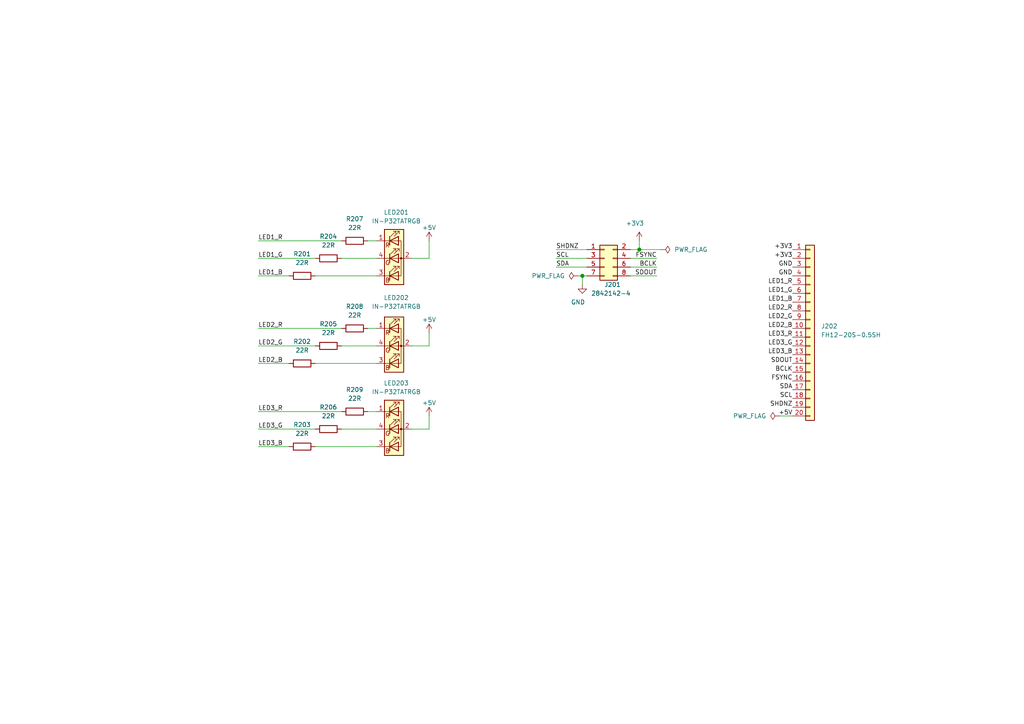
<source format=kicad_sch>
(kicad_sch (version 20210126) (generator eeschema)
  (paper "A4")
  (lib_symbols
    (symbol "Connector_Generic:Conn_01x20" (pin_names (offset 1.016) hide)
      (property "Reference" "J" (at 0 25.4 0))
      (property "Value" "Conn_01x20" (at 0 -27.94 0))
      (symbol "Conn_01x20_1_1"
        (rectangle (start -1.27 -25.273) (end 0 -25.527) (stroke (width 0.1524)))
        (rectangle (start -1.27 -22.733) (end 0 -22.987) (stroke (width 0.1524)))
        (rectangle (start -1.27 -20.193) (end 0 -20.447) (stroke (width 0.1524)))
        (rectangle (start -1.27 -17.653) (end 0 -17.907) (stroke (width 0.1524)))
        (rectangle (start -1.27 -15.113) (end 0 -15.367) (stroke (width 0.1524)))
        (rectangle (start -1.27 -12.573) (end 0 -12.827) (stroke (width 0.1524)))
        (rectangle (start -1.27 -10.033) (end 0 -10.287) (stroke (width 0.1524)))
        (rectangle (start -1.27 -7.493) (end 0 -7.747) (stroke (width 0.1524)))
        (rectangle (start -1.27 -4.953) (end 0 -5.207) (stroke (width 0.1524)))
        (rectangle (start -1.27 -2.413) (end 0 -2.667) (stroke (width 0.1524)))
        (rectangle (start -1.27 0.127) (end 0 -0.127) (stroke (width 0.1524)))
        (rectangle (start -1.27 2.667) (end 0 2.413) (stroke (width 0.1524)))
        (rectangle (start -1.27 5.207) (end 0 4.953) (stroke (width 0.1524)))
        (rectangle (start -1.27 7.747) (end 0 7.493) (stroke (width 0.1524)))
        (rectangle (start -1.27 10.287) (end 0 10.033) (stroke (width 0.1524)))
        (rectangle (start -1.27 12.827) (end 0 12.573) (stroke (width 0.1524)))
        (rectangle (start -1.27 15.367) (end 0 15.113) (stroke (width 0.1524)))
        (rectangle (start -1.27 17.907) (end 0 17.653) (stroke (width 0.1524)))
        (rectangle (start -1.27 20.447) (end 0 20.193) (stroke (width 0.1524)))
        (rectangle (start -1.27 22.987) (end 0 22.733) (stroke (width 0.1524)))
        (rectangle (start -1.27 24.13) (end 1.27 -26.67) (stroke (width 0.254)) (fill (type background)))
        (pin passive line (at -5.08 22.86 0) (length 3.81) (name "Pin_1") (number "1"))
        (pin passive line (at -5.08 0 0) (length 3.81) (name "Pin_10") (number "10"))
        (pin passive line (at -5.08 -2.54 0) (length 3.81) (name "Pin_11") (number "11"))
        (pin passive line (at -5.08 -5.08 0) (length 3.81) (name "Pin_12") (number "12"))
        (pin passive line (at -5.08 -7.62 0) (length 3.81) (name "Pin_13") (number "13"))
        (pin passive line (at -5.08 -10.16 0) (length 3.81) (name "Pin_14") (number "14"))
        (pin passive line (at -5.08 -12.7 0) (length 3.81) (name "Pin_15") (number "15"))
        (pin passive line (at -5.08 -15.24 0) (length 3.81) (name "Pin_16") (number "16"))
        (pin passive line (at -5.08 -17.78 0) (length 3.81) (name "Pin_17") (number "17"))
        (pin passive line (at -5.08 -20.32 0) (length 3.81) (name "Pin_18") (number "18"))
        (pin passive line (at -5.08 -22.86 0) (length 3.81) (name "Pin_19") (number "19"))
        (pin passive line (at -5.08 20.32 0) (length 3.81) (name "Pin_2") (number "2"))
        (pin passive line (at -5.08 -25.4 0) (length 3.81) (name "Pin_20") (number "20"))
        (pin passive line (at -5.08 17.78 0) (length 3.81) (name "Pin_3") (number "3"))
        (pin passive line (at -5.08 15.24 0) (length 3.81) (name "Pin_4") (number "4"))
        (pin passive line (at -5.08 12.7 0) (length 3.81) (name "Pin_5") (number "5"))
        (pin passive line (at -5.08 10.16 0) (length 3.81) (name "Pin_6") (number "6"))
        (pin passive line (at -5.08 7.62 0) (length 3.81) (name "Pin_7") (number "7"))
        (pin passive line (at -5.08 5.08 0) (length 3.81) (name "Pin_8") (number "8"))
        (pin passive line (at -5.08 2.54 0) (length 3.81) (name "Pin_9") (number "9"))
      )
    )
    (symbol "Connector_Generic:Conn_02x04_Odd_Even" (pin_names (offset 1.016) hide)
      (property "Reference" "J" (at 1.27 5.08 0))
      (property "Value" "Conn_02x04_Odd_Even" (at 1.27 -7.62 0))
      (symbol "Conn_02x04_Odd_Even_1_1"
        (rectangle (start -1.27 -4.953) (end 0 -5.207) (stroke (width 0.1524)))
        (rectangle (start -1.27 -2.413) (end 0 -2.667) (stroke (width 0.1524)))
        (rectangle (start -1.27 0.127) (end 0 -0.127) (stroke (width 0.1524)))
        (rectangle (start -1.27 2.667) (end 0 2.413) (stroke (width 0.1524)))
        (rectangle (start 3.81 -4.953) (end 2.54 -5.207) (stroke (width 0.1524)))
        (rectangle (start 3.81 -2.413) (end 2.54 -2.667) (stroke (width 0.1524)))
        (rectangle (start 3.81 0.127) (end 2.54 -0.127) (stroke (width 0.1524)))
        (rectangle (start 3.81 2.667) (end 2.54 2.413) (stroke (width 0.1524)))
        (rectangle (start -1.27 3.81) (end 3.81 -6.35) (stroke (width 0.254)) (fill (type background)))
        (pin passive line (at -5.08 2.54 0) (length 3.81) (name "Pin_1") (number "1"))
        (pin passive line (at 7.62 2.54 180) (length 3.81) (name "Pin_2") (number "2"))
        (pin passive line (at -5.08 0 0) (length 3.81) (name "Pin_3") (number "3"))
        (pin passive line (at 7.62 0 180) (length 3.81) (name "Pin_4") (number "4"))
        (pin passive line (at -5.08 -2.54 0) (length 3.81) (name "Pin_5") (number "5"))
        (pin passive line (at 7.62 -2.54 180) (length 3.81) (name "Pin_6") (number "6"))
        (pin passive line (at -5.08 -5.08 0) (length 3.81) (name "Pin_7") (number "7"))
        (pin passive line (at 7.62 -5.08 180) (length 3.81) (name "Pin_8") (number "8"))
      )
    )
    (symbol "Device:LED_RABG" (pin_names (offset 0) hide)
      (property "Reference" "D" (at 0 9.398 0))
      (property "Value" "LED_RABG" (at 0 -8.89 0))
      (symbol "LED_RABG_0_0"
        (text "B" (at -1.905 -6.35 0) (effects (font (size 1.27 1.27))))
        (text "G" (at -1.905 -1.27 0) (effects (font (size 1.27 1.27))))
        (text "R" (at -1.905 3.81 0) (effects (font (size 1.27 1.27))))
      )
      (symbol "LED_RABG_0_1"
        (circle (center 2.032 0) (radius 0.254) (fill (type outline)))
        (rectangle (start 1.27 -1.27) (end 1.27 1.27))
        (rectangle (start 1.27 1.27) (end 1.27 1.27))
        (rectangle (start 1.27 3.81) (end 1.27 6.35))
        (rectangle (start 1.27 6.35) (end 1.27 6.35))
        (rectangle (start 2.794 8.382) (end -2.794 -7.62) (stroke (width 0.254)) (fill (type background)))
        (polyline (pts (xy -1.27 -5.08) (xy -2.54 -5.08)))
        (polyline (pts (xy -1.27 -5.08) (xy 1.27 -5.08)))
        (polyline (pts (xy -1.27 -3.81) (xy -1.27 -6.35)) (stroke (width 0.254)))
        (polyline (pts (xy -1.27 0) (xy -2.54 0)))
        (polyline (pts (xy -1.27 1.27) (xy -1.27 -1.27)) (stroke (width 0.254)))
        (polyline (pts (xy -1.27 5.08) (xy -2.54 5.08)))
        (polyline (pts (xy -1.27 5.08) (xy 1.27 5.08)))
        (polyline (pts (xy -1.27 6.35) (xy -1.27 3.81)) (stroke (width 0.254)))
        (polyline (pts (xy 1.27 0) (xy -1.27 0)))
        (polyline (pts (xy 1.27 0) (xy 2.54 0)))
        (polyline (pts (xy -1.27 1.27) (xy -1.27 -1.27) (xy -1.27 -1.27)))
        (polyline (pts (xy -1.27 6.35) (xy -1.27 3.81) (xy -1.27 3.81)))
        (polyline (pts (xy 1.27 -5.08) (xy 2.032 -5.08) (xy 2.032 5.08) (xy 1.27 5.08)))
        (polyline (pts (xy 1.27 -3.81) (xy 1.27 -6.35) (xy -1.27 -5.08) (xy 1.27 -3.81)) (stroke (width 0.254)))
        (polyline (pts (xy 1.27 1.27) (xy 1.27 -1.27) (xy -1.27 0) (xy 1.27 1.27)) (stroke (width 0.254)))
        (polyline (pts (xy 1.27 6.35) (xy 1.27 3.81) (xy -1.27 5.08) (xy 1.27 6.35)) (stroke (width 0.254)))
        (polyline (pts (xy -1.016 -3.81) (xy 0.508 -2.286) (xy -0.254 -2.286) (xy 0.508 -2.286) (xy 0.508 -3.048)))
        (polyline (pts (xy -1.016 1.27) (xy 0.508 2.794) (xy -0.254 2.794) (xy 0.508 2.794) (xy 0.508 2.032)))
        (polyline (pts (xy -1.016 6.35) (xy 0.508 7.874) (xy -0.254 7.874) (xy 0.508 7.874) (xy 0.508 7.112)))
        (polyline (pts (xy 0 -3.81) (xy 1.524 -2.286) (xy 0.762 -2.286) (xy 1.524 -2.286) (xy 1.524 -3.048)))
        (polyline (pts (xy 0 1.27) (xy 1.524 2.794) (xy 0.762 2.794) (xy 1.524 2.794) (xy 1.524 2.032)))
        (polyline (pts (xy 0 6.35) (xy 1.524 7.874) (xy 0.762 7.874) (xy 1.524 7.874) (xy 1.524 7.112)))
      )
      (symbol "LED_RABG_1_1"
        (pin passive line (at -5.08 5.08 0) (length 2.54) (name "RK") (number "1"))
        (pin passive line (at 5.08 0 180) (length 2.54) (name "A") (number "2"))
        (pin passive line (at -5.08 -5.08 0) (length 2.54) (name "BK") (number "3"))
        (pin passive line (at -5.08 0 0) (length 2.54) (name "GK") (number "4"))
      )
    )
    (symbol "Device:R" (pin_numbers hide) (pin_names (offset 0))
      (property "Reference" "R" (at 2.032 0 90))
      (property "Value" "R" (at 0 0 90))
      (symbol "R_0_1"
        (rectangle (start -1.016 -2.54) (end 1.016 2.54) (stroke (width 0.254)))
      )
      (symbol "R_1_1"
        (pin passive line (at 0 3.81 270) (length 1.27) (name "~") (number "1"))
        (pin passive line (at 0 -3.81 90) (length 1.27) (name "~") (number "2"))
      )
    )
    (symbol "power:+3V3" (power) (pin_names (offset 0))
      (property "Value" "+3V3" (at 0 3.556 0))
      (symbol "+3V3_0_1"
        (polyline (pts (xy -0.762 1.27) (xy 0 2.54)))
        (polyline (pts (xy 0 0) (xy 0 2.54)))
        (polyline (pts (xy 0 2.54) (xy 0.762 1.27)))
      )
      (symbol "+3V3_1_1"
        (pin power_in line (at 0 0 90) (length 0) hide (name "+3V3") (number "1"))
      )
    )
    (symbol "power:+5V" (power) (pin_names (offset 0))
      (property "Value" "+5V" (at 0 3.556 0))
      (symbol "+5V_0_1"
        (polyline (pts (xy -0.762 1.27) (xy 0 2.54)))
        (polyline (pts (xy 0 0) (xy 0 2.54)))
        (polyline (pts (xy 0 2.54) (xy 0.762 1.27)))
      )
      (symbol "+5V_1_1"
        (pin power_in line (at 0 0 90) (length 0) hide (name "+5V") (number "1"))
      )
    )
    (symbol "power:GND" (power) (pin_names (offset 0))
      (property "Value" "GND" (at 0 -3.81 0))
      (symbol "GND_0_1"
        (polyline (pts (xy 0 0) (xy 0 -1.27) (xy 1.27 -1.27) (xy 0 -2.54) (xy -1.27 -1.27) (xy 0 -1.27)))
      )
      (symbol "GND_1_1"
        (pin power_in line (at 0 0 270) (length 0) hide (name "GND") (number "1"))
      )
    )
    (symbol "power:PWR_FLAG" (power) (pin_numbers hide) (pin_names (offset 0) hide)
      (property "Value" "PWR_FLAG" (at 0 3.81 0))
      (symbol "PWR_FLAG_0_0"
        (pin power_out line (at 0 0 90) (length 0) (name "pwr") (number "1"))
      )
      (symbol "PWR_FLAG_0_1"
        (polyline (pts (xy 0 0) (xy 0 1.27) (xy -1.016 1.905) (xy 0 2.54) (xy 1.016 1.905) (xy 0 1.27)))
      )
    )
  )
  (junction (at 168.91 80.01) (diameter 1.016))
  (junction (at 185.42 72.39) (diameter 1.016))
  (wire (pts (xy 74.93 69.85) (xy 99.06 69.85)))
  (wire (pts (xy 74.93 74.93) (xy 91.44 74.93)))
  (wire (pts (xy 74.93 80.01) (xy 83.82 80.01)))
  (wire (pts (xy 74.93 95.25) (xy 99.06 95.25)))
  (wire (pts (xy 74.93 100.33) (xy 91.44 100.33)))
  (wire (pts (xy 74.93 105.41) (xy 83.82 105.41)))
  (wire (pts (xy 74.93 119.38) (xy 99.06 119.38)))
  (wire (pts (xy 74.93 124.46) (xy 91.44 124.46)))
  (wire (pts (xy 74.93 129.54) (xy 83.82 129.54)))
  (wire (pts (xy 91.44 80.01) (xy 109.22 80.01)))
  (wire (pts (xy 91.44 105.41) (xy 109.22 105.41)))
  (wire (pts (xy 91.44 129.54) (xy 109.22 129.54)))
  (wire (pts (xy 99.06 74.93) (xy 109.22 74.93)))
  (wire (pts (xy 99.06 100.33) (xy 109.22 100.33)))
  (wire (pts (xy 99.06 124.46) (xy 109.22 124.46)))
  (wire (pts (xy 106.68 69.85) (xy 109.22 69.85)))
  (wire (pts (xy 106.68 95.25) (xy 109.22 95.25)))
  (wire (pts (xy 106.68 119.38) (xy 109.22 119.38)))
  (wire (pts (xy 119.38 74.93) (xy 124.46 74.93)))
  (wire (pts (xy 119.38 100.33) (xy 124.46 100.33)))
  (wire (pts (xy 119.38 124.46) (xy 124.46 124.46)))
  (wire (pts (xy 124.46 69.85) (xy 124.46 74.93)))
  (wire (pts (xy 124.46 100.33) (xy 124.46 96.52)))
  (wire (pts (xy 124.46 124.46) (xy 124.46 120.65)))
  (wire (pts (xy 168.91 80.01) (xy 167.64 80.01)))
  (wire (pts (xy 168.91 80.01) (xy 168.91 82.55)))
  (wire (pts (xy 170.18 72.39) (xy 161.29 72.39)))
  (wire (pts (xy 170.18 74.93) (xy 161.29 74.93)))
  (wire (pts (xy 170.18 77.47) (xy 161.29 77.47)))
  (wire (pts (xy 170.18 80.01) (xy 168.91 80.01)))
  (wire (pts (xy 185.42 69.85) (xy 185.42 72.39)))
  (wire (pts (xy 185.42 72.39) (xy 182.88 72.39)))
  (wire (pts (xy 190.5 74.93) (xy 182.88 74.93)))
  (wire (pts (xy 190.5 77.47) (xy 182.88 77.47)))
  (wire (pts (xy 190.5 80.01) (xy 182.88 80.01)))
  (wire (pts (xy 191.77 72.39) (xy 185.42 72.39)))
  (wire (pts (xy 226.06 120.65) (xy 229.87 120.65)))
  (label "LED1_R" (at 74.93 69.85 0))
  (label "LED1_G" (at 74.93 74.93 0))
  (label "LED1_B" (at 74.93 80.01 0))
  (label "LED2_R" (at 74.93 95.25 0))
  (label "LED2_G" (at 74.93 100.33 0))
  (label "LED2_B" (at 74.93 105.41 0))
  (label "LED3_R" (at 74.93 119.38 0))
  (label "LED3_G" (at 74.93 124.46 0))
  (label "LED3_B" (at 74.93 129.54 0))
  (label "SHDNZ" (at 161.29 72.39 0))
  (label "SCL" (at 161.29 74.93 0))
  (label "SDA" (at 161.29 77.47 0))
  (label "FSYNC" (at 190.5 74.93 180))
  (label "BCLK" (at 190.5 77.47 180))
  (label "SDOUT" (at 190.5 80.01 180))
  (label "+3V3" (at 229.87 72.39 180))
  (label "+3V3" (at 229.87 74.93 180))
  (label "GND" (at 229.87 77.47 180))
  (label "GND" (at 229.87 80.01 180))
  (label "LED1_R" (at 229.87 82.55 180))
  (label "LED1_G" (at 229.87 85.09 180))
  (label "LED1_B" (at 229.87 87.63 180))
  (label "LED2_R" (at 229.87 90.17 180))
  (label "LED2_G" (at 229.87 92.71 180))
  (label "LED2_B" (at 229.87 95.25 180))
  (label "LED3_R" (at 229.87 97.79 180))
  (label "LED3_G" (at 229.87 100.33 180))
  (label "LED3_B" (at 229.87 102.87 180))
  (label "SDOUT" (at 229.87 105.41 180))
  (label "BCLK" (at 229.87 107.95 180))
  (label "FSYNC" (at 229.87 110.49 180))
  (label "SDA" (at 229.87 113.03 180))
  (label "SCL" (at 229.87 115.57 180))
  (label "SHDNZ" (at 229.87 118.11 180))
  (label "+5V" (at 229.87 120.65 180))
  (symbol (lib_id "power:+5V") (at 124.46 69.85 0) (unit 1)
    (property "Reference" "#PWR0101" (effects hide))
    (property "Value" "+5V" (at 124.46 66.04 0))
  )
  (symbol (lib_id "power:+5V") (at 124.46 96.52 0) (unit 1)
    (property "Reference" "#PWR0102" (effects hide))
    (property "Value" "+5V" (at 124.46 92.71 0))
  )
  (symbol (lib_id "power:+5V") (at 124.46 120.65 0) (unit 1)
    (property "Reference" "#PWR0103" (effects hide))
    (property "Value" "+5V" (at 124.46 116.84 0))
  )
  (symbol (lib_id "power:+3V3") (at 185.42 69.85 0) (mirror y) (unit 1)
    (property "Reference" "#PWR0105" (effects hide))
    (property "Value" "+3V3" (at 184.15 64.77 0))
  )
  (symbol (lib_id "power:PWR_FLAG") (at 167.64 80.01 90) (mirror x) (unit 1)
    (property "Reference" "#FLG0102" (effects hide))
    (property "Value" "PWR_FLAG" (at 163.83 80.01 90) (effects (justify left)))
  )
  (symbol (lib_id "power:PWR_FLAG") (at 191.77 72.39 270) (unit 1)
    (property "Reference" "#FLG0101" (effects hide))
    (property "Value" "PWR_FLAG" (at 195.58 72.39 90) (effects (justify left)))
  )
  (symbol (lib_id "power:PWR_FLAG") (at 226.06 120.65 90) (unit 1)
    (property "Reference" "#FLG0103" (effects hide))
    (property "Value" "PWR_FLAG" (at 222.25 120.65 90) (effects (justify left)))
  )
  (symbol (lib_id "power:GND") (at 168.91 82.55 0) (mirror y) (unit 1)
    (property "Reference" "#PWR0104" (effects hide))
    (property "Value" "GND" (at 167.64 87.63 0))
  )
  (symbol (lib_id "Device:R") (at 87.63 80.01 90) (unit 1)
    (property "Reference" "R201" (at 87.63 73.66 90))
    (property "Value" "22R" (at 87.63 76.2 90))
    (property "Footprint" "Resistor_SMD:R_0603_1608Metric" (effects hide))
  )
  (symbol (lib_id "Device:R") (at 87.63 105.41 90) (unit 1)
    (property "Reference" "R202" (at 87.63 99.06 90))
    (property "Value" "22R" (at 87.63 101.6 90))
    (property "Footprint" "Resistor_SMD:R_0603_1608Metric" (effects hide))
  )
  (symbol (lib_id "Device:R") (at 87.63 129.54 90) (unit 1)
    (property "Reference" "R203" (at 87.63 123.19 90))
    (property "Value" "22R" (at 87.63 125.73 90))
    (property "Footprint" "Resistor_SMD:R_0603_1608Metric" (effects hide))
  )
  (symbol (lib_id "Device:R") (at 95.25 74.93 90) (unit 1)
    (property "Reference" "R204" (at 95.25 68.58 90))
    (property "Value" "22R" (at 95.25 71.12 90))
    (property "Footprint" "Resistor_SMD:R_0603_1608Metric" (effects hide))
  )
  (symbol (lib_id "Device:R") (at 95.25 100.33 90) (unit 1)
    (property "Reference" "R205" (at 95.25 93.98 90))
    (property "Value" "22R" (at 95.25 96.52 90))
    (property "Footprint" "Resistor_SMD:R_0603_1608Metric" (effects hide))
  )
  (symbol (lib_id "Device:R") (at 95.25 124.46 90) (unit 1)
    (property "Reference" "R206" (at 95.25 118.11 90))
    (property "Value" "22R" (at 95.25 120.65 90))
    (property "Footprint" "Resistor_SMD:R_0603_1608Metric" (effects hide))
  )
  (symbol (lib_id "Device:R") (at 102.87 69.85 90) (unit 1)
    (property "Reference" "R207" (at 102.87 63.5 90))
    (property "Value" "22R" (at 102.87 66.04 90))
    (property "Footprint" "Resistor_SMD:R_0603_1608Metric" (effects hide))
  )
  (symbol (lib_id "Device:R") (at 102.87 95.25 90) (unit 1)
    (property "Reference" "R208" (at 102.87 88.9 90))
    (property "Value" "22R" (at 102.87 91.44 90))
    (property "Footprint" "Resistor_SMD:R_0603_1608Metric" (effects hide))
  )
  (symbol (lib_id "Device:R") (at 102.87 119.38 90) (unit 1)
    (property "Reference" "R209" (at 102.87 113.03 90))
    (property "Value" "22R" (at 102.87 115.57 90))
    (property "Footprint" "Resistor_SMD:R_0603_1608Metric" (effects hide))
  )
  (symbol (lib_id "Connector_Generic:Conn_02x04_Odd_Even") (at 175.26 74.93 0) (unit 1)
    (property "Reference" "J201" (at 175.26 82.55 0) (effects (justify left)))
    (property "Value" "2842142-4" (at 171.45 85.09 0) (effects (justify left)))
    (property "Footprint" "jeffmakes-footprints:PinSocket_2x04_P2.00mm_Vertical_SMD_Bottom_or_Top_Entry_AMPMODU" (effects hide))
  )
  (symbol (lib_id "Device:LED_RABG") (at 114.3 74.93 0) (unit 1)
    (property "Reference" "LED201" (at 114.935 61.595 0))
    (property "Value" "IN-P32TATRGB" (at 114.935 64.135 0))
    (property "Footprint" "LED_SMD:LED_Avago_PLCC4_3.2x2.8mm_CW" (effects hide))
  )
  (symbol (lib_id "Device:LED_RABG") (at 114.3 100.33 0) (unit 1)
    (property "Reference" "LED202" (at 114.935 86.36 0))
    (property "Value" "IN-P32TATRGB" (at 114.935 88.9 0))
    (property "Footprint" "LED_SMD:LED_Avago_PLCC4_3.2x2.8mm_CW" (effects hide))
  )
  (symbol (lib_id "Device:LED_RABG") (at 114.3 124.46 0) (unit 1)
    (property "Reference" "LED203" (at 114.935 111.125 0))
    (property "Value" "IN-P32TATRGB" (at 114.935 113.665 0))
    (property "Footprint" "LED_SMD:LED_Avago_PLCC4_3.2x2.8mm_CW" (effects hide))
  )
  (symbol (lib_id "Connector_Generic:Conn_01x20") (at 234.95 95.25 0) (unit 1)
    (property "Reference" "J202" (at 238.125 94.615 0) (effects (justify left)))
    (property "Value" "FH12-20S-0.5SH" (at 238.125 97.155 0) (effects (justify left)))
    (property "Footprint" "Connector_FFC-FPC:Hirose_FH12-20S-0.5SH_1x20-1MP_P0.50mm_Horizontal" (effects hide))
  )
)
</source>
